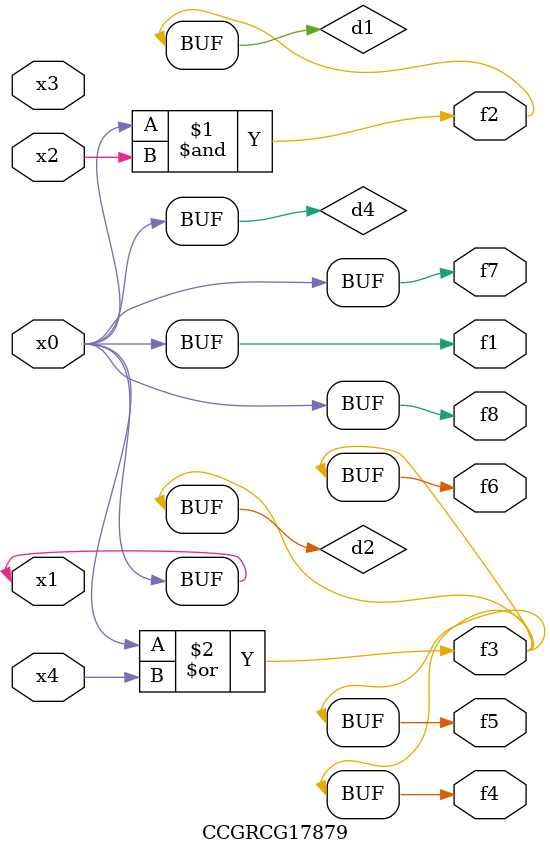
<source format=v>
module CCGRCG17879(
	input x0, x1, x2, x3, x4,
	output f1, f2, f3, f4, f5, f6, f7, f8
);

	wire d1, d2, d3, d4;

	and (d1, x0, x2);
	or (d2, x0, x4);
	nand (d3, x0, x2);
	buf (d4, x0, x1);
	assign f1 = d4;
	assign f2 = d1;
	assign f3 = d2;
	assign f4 = d2;
	assign f5 = d2;
	assign f6 = d2;
	assign f7 = d4;
	assign f8 = d4;
endmodule

</source>
